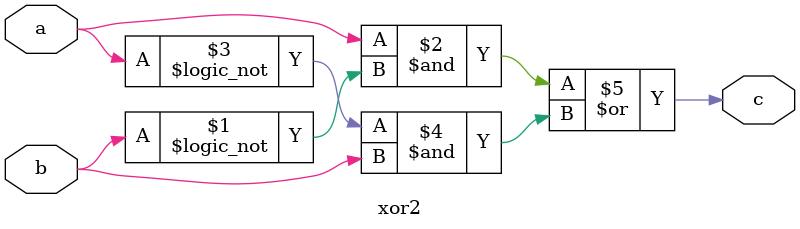
<source format=v>
module xor2(c, a, b);
input a, b;
output c;
assign c = (a & !b) | (!a & b);
endmodule
</source>
